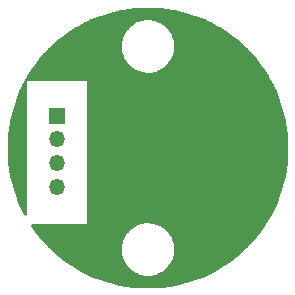
<source format=gbr>
%TF.GenerationSoftware,KiCad,Pcbnew,(5.1.6)-1*%
%TF.CreationDate,2020-09-29T17:07:27-07:00*%
%TF.ProjectId,TSSOP16 Breakout,5453534f-5031-4362-9042-7265616b6f75,rev?*%
%TF.SameCoordinates,Original*%
%TF.FileFunction,Copper,L2,Bot*%
%TF.FilePolarity,Positive*%
%FSLAX46Y46*%
G04 Gerber Fmt 4.6, Leading zero omitted, Abs format (unit mm)*
G04 Created by KiCad (PCBNEW (5.1.6)-1) date 2020-09-29 17:07:27*
%MOMM*%
%LPD*%
G01*
G04 APERTURE LIST*
%TA.AperFunction,ComponentPad*%
%ADD10R,1.350000X1.350000*%
%TD*%
%TA.AperFunction,ComponentPad*%
%ADD11O,1.350000X1.350000*%
%TD*%
%TA.AperFunction,NonConductor*%
%ADD12C,0.254000*%
%TD*%
G04 APERTURE END LIST*
D10*
%TO.P,J1,1*%
%TO.N,Net-(C1-Pad1)*%
X144780000Y-98870000D03*
D11*
%TO.P,J1,2*%
%TO.N,Net-(J1-Pad2)*%
X144780000Y-100870000D03*
%TO.P,J1,3*%
%TO.N,Net-(J1-Pad3)*%
X144780000Y-102870000D03*
%TO.P,J1,4*%
%TO.N,Net-(C1-Pad2)*%
X144780000Y-104870000D03*
%TD*%
D12*
G36*
X152743298Y-89787514D02*
G01*
X153034603Y-89798351D01*
X153324852Y-89816349D01*
X153614004Y-89841460D01*
X153901947Y-89873636D01*
X154188525Y-89912825D01*
X154473603Y-89958972D01*
X154757100Y-90012034D01*
X155038898Y-90071961D01*
X155318846Y-90138698D01*
X155596880Y-90212209D01*
X155872808Y-90292425D01*
X156146549Y-90379307D01*
X156417992Y-90472809D01*
X156686993Y-90572873D01*
X156953412Y-90679442D01*
X157217175Y-90792482D01*
X157478133Y-90911934D01*
X157736164Y-91037745D01*
X157991174Y-91169880D01*
X158243032Y-91308284D01*
X158491559Y-91452874D01*
X158736731Y-91603652D01*
X158978373Y-91760542D01*
X159216350Y-91923481D01*
X159450560Y-92092430D01*
X159680935Y-92267378D01*
X159907275Y-92448217D01*
X160129496Y-92634924D01*
X160347441Y-92827420D01*
X160561081Y-93025732D01*
X160770237Y-93229763D01*
X160974247Y-93438898D01*
X161172561Y-93652538D01*
X161365094Y-93870526D01*
X161551786Y-94092729D01*
X161732621Y-94319064D01*
X161907550Y-94549413D01*
X162076524Y-94783658D01*
X162239457Y-95021626D01*
X162396324Y-95263233D01*
X162547126Y-95508440D01*
X162691715Y-95756967D01*
X162830101Y-96008792D01*
X162962254Y-96263835D01*
X163088072Y-96521882D01*
X163207520Y-96782830D01*
X163320553Y-97046575D01*
X163427128Y-97313012D01*
X163527194Y-97582019D01*
X163620691Y-97853449D01*
X163707574Y-98127192D01*
X163787787Y-98403109D01*
X163861303Y-98681162D01*
X163928038Y-98961101D01*
X163987965Y-99242899D01*
X164041027Y-99526396D01*
X164087174Y-99811474D01*
X164126363Y-100098052D01*
X164158539Y-100385995D01*
X164183650Y-100675144D01*
X164201648Y-100965396D01*
X164212485Y-101256701D01*
X164216050Y-101544092D01*
X164200604Y-102154906D01*
X164155152Y-102752645D01*
X164080330Y-103341465D01*
X163976895Y-103920671D01*
X163845577Y-104489640D01*
X163687123Y-105047641D01*
X163502253Y-105594006D01*
X163291691Y-106128036D01*
X163056179Y-106648978D01*
X162796423Y-107156147D01*
X162513160Y-107648788D01*
X162207123Y-108126161D01*
X161879068Y-108587485D01*
X161529721Y-109032033D01*
X161159822Y-109459060D01*
X160770117Y-109867807D01*
X160361391Y-110257490D01*
X159934355Y-110627398D01*
X159489803Y-110976746D01*
X159028476Y-111304802D01*
X158551134Y-111610821D01*
X158058476Y-111894092D01*
X157551324Y-112153840D01*
X157030373Y-112389357D01*
X156496348Y-112599917D01*
X155949964Y-112784792D01*
X155391961Y-112943248D01*
X154823006Y-113074562D01*
X154243791Y-113177998D01*
X153654974Y-113252820D01*
X153057234Y-113298273D01*
X152451165Y-113313598D01*
X151845096Y-113298273D01*
X151247353Y-113252820D01*
X150658534Y-113177998D01*
X150079323Y-113074562D01*
X149510368Y-112943248D01*
X148952365Y-112784792D01*
X148405981Y-112599917D01*
X147871963Y-112389360D01*
X147351021Y-112153848D01*
X146843843Y-111894087D01*
X146351210Y-111610829D01*
X145873852Y-111304802D01*
X145412527Y-110976746D01*
X144967961Y-110627387D01*
X144540938Y-110257491D01*
X144444836Y-110165866D01*
X150097053Y-110165866D01*
X150097362Y-110176124D01*
X150101829Y-110296373D01*
X150106624Y-110331709D01*
X150107919Y-110367339D01*
X150109361Y-110377499D01*
X150144544Y-110613422D01*
X150156442Y-110660854D01*
X150165353Y-110708906D01*
X150168268Y-110718745D01*
X150237211Y-110945585D01*
X150255844Y-110990557D01*
X150271607Y-111036607D01*
X150275927Y-111045916D01*
X150377147Y-111260084D01*
X150402202Y-111301954D01*
X150424572Y-111345289D01*
X150430207Y-111353866D01*
X150562218Y-111551782D01*
X150590488Y-111586317D01*
X150616119Y-111622840D01*
X150622859Y-111630578D01*
X150755321Y-111780508D01*
X150778209Y-111801806D01*
X150798599Y-111825489D01*
X150806070Y-111832524D01*
X150894258Y-111914394D01*
X150922639Y-111935993D01*
X150948744Y-111960266D01*
X150956948Y-111966431D01*
X151148650Y-112108376D01*
X151190597Y-112133498D01*
X151230883Y-112161180D01*
X151239902Y-112166076D01*
X151449050Y-112277724D01*
X151494025Y-112296348D01*
X151537731Y-112317763D01*
X151547368Y-112321290D01*
X151770381Y-112401157D01*
X151817701Y-112413046D01*
X151864169Y-112427873D01*
X151874218Y-112429954D01*
X152107513Y-112476555D01*
X152151923Y-112480985D01*
X152195868Y-112488686D01*
X152206106Y-112489392D01*
X152405785Y-112501744D01*
X152441915Y-112500444D01*
X152477983Y-112502656D01*
X152488235Y-112502211D01*
X152653799Y-112493850D01*
X152694516Y-112487771D01*
X152735586Y-112485111D01*
X152745701Y-112483381D01*
X152984826Y-112440760D01*
X153032808Y-112427267D01*
X153081501Y-112416669D01*
X153091246Y-112413451D01*
X153316862Y-112337177D01*
X153361476Y-112317053D01*
X153407236Y-112299753D01*
X153416403Y-112295141D01*
X153625765Y-112187962D01*
X153666256Y-112161957D01*
X153708318Y-112138631D01*
X153716724Y-112132744D01*
X153907083Y-111997405D01*
X153943005Y-111966165D01*
X153980889Y-111937376D01*
X153988366Y-111930347D01*
X154156976Y-111769597D01*
X154188011Y-111733601D01*
X154221345Y-111699748D01*
X154227742Y-111691724D01*
X154371856Y-111508308D01*
X154397636Y-111467931D01*
X154425977Y-111429334D01*
X154431153Y-111420473D01*
X154548023Y-111217140D01*
X154568031Y-111172803D01*
X154590789Y-111129831D01*
X154594618Y-111120309D01*
X154681498Y-110899807D01*
X154695079Y-110852145D01*
X154711514Y-110805419D01*
X154713889Y-110795436D01*
X154768032Y-110560508D01*
X154774498Y-110510573D01*
X154783866Y-110461121D01*
X154784712Y-110450894D01*
X154803370Y-110204290D01*
X154802455Y-110163115D01*
X154804975Y-110122021D01*
X154804530Y-110111769D01*
X154796169Y-109946204D01*
X154790091Y-109905491D01*
X154787431Y-109864423D01*
X154785701Y-109854307D01*
X154743082Y-109615184D01*
X154729588Y-109567196D01*
X154718991Y-109518505D01*
X154715773Y-109508760D01*
X154639500Y-109283143D01*
X154619376Y-109238529D01*
X154602076Y-109192769D01*
X154597464Y-109183601D01*
X154490285Y-108974239D01*
X154464285Y-108933755D01*
X154440957Y-108891689D01*
X154435070Y-108883284D01*
X154299733Y-108692924D01*
X154268493Y-108657001D01*
X154239700Y-108619112D01*
X154232671Y-108611635D01*
X154071921Y-108443025D01*
X154035930Y-108411994D01*
X154002076Y-108378659D01*
X153994051Y-108372262D01*
X153810636Y-108228147D01*
X153770261Y-108202368D01*
X153731663Y-108174026D01*
X153722802Y-108168849D01*
X153519470Y-108051978D01*
X153475132Y-108031969D01*
X153432158Y-108009210D01*
X153422637Y-108005382D01*
X153202133Y-107918501D01*
X153154479Y-107904922D01*
X153107745Y-107888484D01*
X153097761Y-107886109D01*
X152862834Y-107831966D01*
X152812902Y-107825500D01*
X152763450Y-107816132D01*
X152753223Y-107815286D01*
X152506620Y-107796627D01*
X152470326Y-107797434D01*
X152434138Y-107794730D01*
X152423880Y-107795039D01*
X152303630Y-107799506D01*
X152268301Y-107804300D01*
X152232668Y-107805595D01*
X152222508Y-107807038D01*
X151986583Y-107842220D01*
X151939155Y-107854117D01*
X151891096Y-107863029D01*
X151881256Y-107865944D01*
X151654418Y-107934887D01*
X151609441Y-107953522D01*
X151563398Y-107969283D01*
X151554089Y-107973603D01*
X151339920Y-108074823D01*
X151298056Y-108099874D01*
X151254712Y-108122249D01*
X151246135Y-108127883D01*
X151048220Y-108259895D01*
X151013693Y-108288159D01*
X150977165Y-108313793D01*
X150969427Y-108320534D01*
X150819498Y-108452994D01*
X150798206Y-108475874D01*
X150774520Y-108496267D01*
X150767485Y-108503739D01*
X150685614Y-108591926D01*
X150664014Y-108620308D01*
X150639736Y-108646418D01*
X150633571Y-108654622D01*
X150491626Y-108846324D01*
X150466507Y-108888265D01*
X150438823Y-108928554D01*
X150433927Y-108937573D01*
X150322278Y-109146722D01*
X150303652Y-109191701D01*
X150282238Y-109235405D01*
X150278711Y-109245042D01*
X150198844Y-109468055D01*
X150186955Y-109515375D01*
X150172128Y-109561843D01*
X150170047Y-109571892D01*
X150123446Y-109805186D01*
X150119016Y-109849598D01*
X150111315Y-109893542D01*
X150110609Y-109903780D01*
X150098257Y-110103459D01*
X150099381Y-110134705D01*
X150097053Y-110165866D01*
X144444836Y-110165866D01*
X144132191Y-109867786D01*
X143742508Y-109459060D01*
X143372608Y-109032034D01*
X143023253Y-108587475D01*
X142695206Y-108126161D01*
X142663690Y-108077000D01*
X147320000Y-108077000D01*
X147344776Y-108074560D01*
X147368601Y-108067333D01*
X147390557Y-108055597D01*
X147409803Y-108039803D01*
X147425597Y-108020557D01*
X147437333Y-107998601D01*
X147444560Y-107974776D01*
X147447000Y-107950000D01*
X147447000Y-95885000D01*
X147444560Y-95860224D01*
X147437333Y-95836399D01*
X147425597Y-95814443D01*
X147409803Y-95795197D01*
X147390557Y-95779403D01*
X147368601Y-95767667D01*
X147344776Y-95760440D01*
X147320000Y-95758000D01*
X142240000Y-95758000D01*
X142215224Y-95760440D01*
X142207402Y-95762813D01*
X142210614Y-95756967D01*
X142355204Y-95508440D01*
X142505982Y-95263268D01*
X142662872Y-95021626D01*
X142825811Y-94783649D01*
X142994760Y-94549439D01*
X143169708Y-94319064D01*
X143350547Y-94092724D01*
X143537254Y-93870503D01*
X143729750Y-93652558D01*
X143928062Y-93438918D01*
X144132093Y-93229763D01*
X144341228Y-93025752D01*
X144395220Y-92975633D01*
X150097345Y-92975633D01*
X150097790Y-92985885D01*
X150106151Y-93151449D01*
X150112230Y-93192169D01*
X150114890Y-93233232D01*
X150116619Y-93243348D01*
X150159239Y-93482472D01*
X150172733Y-93530458D01*
X150183331Y-93579153D01*
X150186550Y-93588898D01*
X150262823Y-93814513D01*
X150282945Y-93859123D01*
X150300247Y-93904887D01*
X150304859Y-93914055D01*
X150412039Y-94123417D01*
X150438046Y-94163912D01*
X150461370Y-94205969D01*
X150467257Y-94214375D01*
X150602596Y-94404734D01*
X150633837Y-94440658D01*
X150662627Y-94478542D01*
X150669656Y-94486019D01*
X150830407Y-94654629D01*
X150866396Y-94685657D01*
X150900252Y-94718995D01*
X150908277Y-94725392D01*
X151091692Y-94869505D01*
X151132058Y-94895279D01*
X151170668Y-94923629D01*
X151179530Y-94928805D01*
X151382864Y-95045675D01*
X151427198Y-95065682D01*
X151470173Y-95088441D01*
X151479694Y-95092270D01*
X151700197Y-95179149D01*
X151747847Y-95192727D01*
X151794586Y-95209166D01*
X151804569Y-95211541D01*
X152039496Y-95265683D01*
X152089435Y-95272149D01*
X152138881Y-95281516D01*
X152149109Y-95282362D01*
X152395714Y-95301020D01*
X152436888Y-95300105D01*
X152477983Y-95302625D01*
X152488236Y-95302180D01*
X152653799Y-95293819D01*
X152694516Y-95287740D01*
X152735585Y-95285080D01*
X152745700Y-95283350D01*
X152984825Y-95240729D01*
X153032804Y-95227237D01*
X153081498Y-95216639D01*
X153091243Y-95213420D01*
X153316859Y-95137147D01*
X153361473Y-95117023D01*
X153407234Y-95099723D01*
X153416401Y-95095111D01*
X153625763Y-94987932D01*
X153666250Y-94961930D01*
X153708314Y-94938603D01*
X153716720Y-94932715D01*
X153907079Y-94797377D01*
X153942999Y-94766139D01*
X153980887Y-94737347D01*
X153988364Y-94730318D01*
X154156974Y-94569568D01*
X154188010Y-94533571D01*
X154221342Y-94499720D01*
X154227739Y-94491696D01*
X154371852Y-94308282D01*
X154397629Y-94267910D01*
X154425972Y-94229311D01*
X154431148Y-94220450D01*
X154548019Y-94017117D01*
X154568028Y-93972779D01*
X154590787Y-93929805D01*
X154594616Y-93920283D01*
X154681496Y-93699781D01*
X154695076Y-93652124D01*
X154711511Y-93605397D01*
X154713886Y-93595413D01*
X154768030Y-93360486D01*
X154774496Y-93310556D01*
X154783865Y-93261099D01*
X154784711Y-93250872D01*
X154803370Y-93004270D01*
X154802455Y-92963096D01*
X154804975Y-92922002D01*
X154804530Y-92911749D01*
X154796170Y-92746184D01*
X154790091Y-92705465D01*
X154787431Y-92664396D01*
X154785702Y-92654281D01*
X154743082Y-92415156D01*
X154729587Y-92367163D01*
X154718992Y-92318483D01*
X154715774Y-92308738D01*
X154639502Y-92083121D01*
X154619377Y-92038504D01*
X154602077Y-91992744D01*
X154597465Y-91983576D01*
X154490286Y-91774214D01*
X154464286Y-91733730D01*
X154440958Y-91691664D01*
X154435071Y-91683259D01*
X154299734Y-91492899D01*
X154268498Y-91456980D01*
X154239703Y-91419089D01*
X154232674Y-91411612D01*
X154071923Y-91243000D01*
X154035934Y-91211972D01*
X154002077Y-91178633D01*
X153994052Y-91172236D01*
X153810637Y-91028121D01*
X153770267Y-91002345D01*
X153731665Y-90974000D01*
X153722804Y-90968824D01*
X153519471Y-90851952D01*
X153475133Y-90831942D01*
X153432159Y-90809184D01*
X153422638Y-90805355D01*
X153202135Y-90718474D01*
X153154476Y-90704893D01*
X153107746Y-90688457D01*
X153097762Y-90686082D01*
X152862835Y-90631939D01*
X152812903Y-90625473D01*
X152763451Y-90616105D01*
X152753223Y-90615259D01*
X152506619Y-90596600D01*
X152470326Y-90597407D01*
X152434138Y-90594703D01*
X152423880Y-90595012D01*
X152303630Y-90599479D01*
X152268301Y-90604273D01*
X152232668Y-90605568D01*
X152222508Y-90607011D01*
X151986583Y-90642193D01*
X151939163Y-90654088D01*
X151891093Y-90663002D01*
X151881254Y-90665918D01*
X151654415Y-90734862D01*
X151609447Y-90753494D01*
X151563399Y-90769256D01*
X151554090Y-90773576D01*
X151339921Y-90874794D01*
X151298052Y-90899848D01*
X151254711Y-90922222D01*
X151246134Y-90927856D01*
X151048219Y-91059868D01*
X151013689Y-91088134D01*
X150977162Y-91113768D01*
X150969424Y-91120508D01*
X150819495Y-91252969D01*
X150798202Y-91275851D01*
X150774516Y-91296244D01*
X150767482Y-91303716D01*
X150685610Y-91391904D01*
X150664010Y-91420286D01*
X150639735Y-91446393D01*
X150633570Y-91454597D01*
X150491625Y-91646299D01*
X150466506Y-91688240D01*
X150438822Y-91728529D01*
X150433926Y-91737548D01*
X150322277Y-91946697D01*
X150303649Y-91991682D01*
X150282237Y-92035381D01*
X150278709Y-92045018D01*
X150198842Y-92268032D01*
X150186953Y-92315352D01*
X150172127Y-92361818D01*
X150170046Y-92371868D01*
X150123445Y-92605161D01*
X150119015Y-92649569D01*
X150111313Y-92693521D01*
X150110608Y-92703759D01*
X150098257Y-92903439D01*
X150099557Y-92939564D01*
X150097345Y-92975633D01*
X144395220Y-92975633D01*
X144554868Y-92827438D01*
X144772856Y-92634905D01*
X144995059Y-92448213D01*
X145221394Y-92267378D01*
X145451743Y-92092449D01*
X145685988Y-91923475D01*
X145923956Y-91760542D01*
X146165563Y-91603675D01*
X146410770Y-91452873D01*
X146659297Y-91308284D01*
X146911122Y-91169898D01*
X147166165Y-91037745D01*
X147424212Y-90911927D01*
X147685154Y-90792482D01*
X147948917Y-90679442D01*
X148215336Y-90572873D01*
X148484349Y-90472805D01*
X148755779Y-90379308D01*
X149029522Y-90292425D01*
X149305439Y-90212212D01*
X149583492Y-90138696D01*
X149863431Y-90071961D01*
X150145229Y-90012034D01*
X150428726Y-89958972D01*
X150713804Y-89912825D01*
X151000382Y-89873636D01*
X151288325Y-89841460D01*
X151577474Y-89816349D01*
X151867726Y-89798351D01*
X152159031Y-89787514D01*
X152451165Y-89783891D01*
X152743298Y-89787514D01*
G37*
X152743298Y-89787514D02*
X153034603Y-89798351D01*
X153324852Y-89816349D01*
X153614004Y-89841460D01*
X153901947Y-89873636D01*
X154188525Y-89912825D01*
X154473603Y-89958972D01*
X154757100Y-90012034D01*
X155038898Y-90071961D01*
X155318846Y-90138698D01*
X155596880Y-90212209D01*
X155872808Y-90292425D01*
X156146549Y-90379307D01*
X156417992Y-90472809D01*
X156686993Y-90572873D01*
X156953412Y-90679442D01*
X157217175Y-90792482D01*
X157478133Y-90911934D01*
X157736164Y-91037745D01*
X157991174Y-91169880D01*
X158243032Y-91308284D01*
X158491559Y-91452874D01*
X158736731Y-91603652D01*
X158978373Y-91760542D01*
X159216350Y-91923481D01*
X159450560Y-92092430D01*
X159680935Y-92267378D01*
X159907275Y-92448217D01*
X160129496Y-92634924D01*
X160347441Y-92827420D01*
X160561081Y-93025732D01*
X160770237Y-93229763D01*
X160974247Y-93438898D01*
X161172561Y-93652538D01*
X161365094Y-93870526D01*
X161551786Y-94092729D01*
X161732621Y-94319064D01*
X161907550Y-94549413D01*
X162076524Y-94783658D01*
X162239457Y-95021626D01*
X162396324Y-95263233D01*
X162547126Y-95508440D01*
X162691715Y-95756967D01*
X162830101Y-96008792D01*
X162962254Y-96263835D01*
X163088072Y-96521882D01*
X163207520Y-96782830D01*
X163320553Y-97046575D01*
X163427128Y-97313012D01*
X163527194Y-97582019D01*
X163620691Y-97853449D01*
X163707574Y-98127192D01*
X163787787Y-98403109D01*
X163861303Y-98681162D01*
X163928038Y-98961101D01*
X163987965Y-99242899D01*
X164041027Y-99526396D01*
X164087174Y-99811474D01*
X164126363Y-100098052D01*
X164158539Y-100385995D01*
X164183650Y-100675144D01*
X164201648Y-100965396D01*
X164212485Y-101256701D01*
X164216050Y-101544092D01*
X164200604Y-102154906D01*
X164155152Y-102752645D01*
X164080330Y-103341465D01*
X163976895Y-103920671D01*
X163845577Y-104489640D01*
X163687123Y-105047641D01*
X163502253Y-105594006D01*
X163291691Y-106128036D01*
X163056179Y-106648978D01*
X162796423Y-107156147D01*
X162513160Y-107648788D01*
X162207123Y-108126161D01*
X161879068Y-108587485D01*
X161529721Y-109032033D01*
X161159822Y-109459060D01*
X160770117Y-109867807D01*
X160361391Y-110257490D01*
X159934355Y-110627398D01*
X159489803Y-110976746D01*
X159028476Y-111304802D01*
X158551134Y-111610821D01*
X158058476Y-111894092D01*
X157551324Y-112153840D01*
X157030373Y-112389357D01*
X156496348Y-112599917D01*
X155949964Y-112784792D01*
X155391961Y-112943248D01*
X154823006Y-113074562D01*
X154243791Y-113177998D01*
X153654974Y-113252820D01*
X153057234Y-113298273D01*
X152451165Y-113313598D01*
X151845096Y-113298273D01*
X151247353Y-113252820D01*
X150658534Y-113177998D01*
X150079323Y-113074562D01*
X149510368Y-112943248D01*
X148952365Y-112784792D01*
X148405981Y-112599917D01*
X147871963Y-112389360D01*
X147351021Y-112153848D01*
X146843843Y-111894087D01*
X146351210Y-111610829D01*
X145873852Y-111304802D01*
X145412527Y-110976746D01*
X144967961Y-110627387D01*
X144540938Y-110257491D01*
X144444836Y-110165866D01*
X150097053Y-110165866D01*
X150097362Y-110176124D01*
X150101829Y-110296373D01*
X150106624Y-110331709D01*
X150107919Y-110367339D01*
X150109361Y-110377499D01*
X150144544Y-110613422D01*
X150156442Y-110660854D01*
X150165353Y-110708906D01*
X150168268Y-110718745D01*
X150237211Y-110945585D01*
X150255844Y-110990557D01*
X150271607Y-111036607D01*
X150275927Y-111045916D01*
X150377147Y-111260084D01*
X150402202Y-111301954D01*
X150424572Y-111345289D01*
X150430207Y-111353866D01*
X150562218Y-111551782D01*
X150590488Y-111586317D01*
X150616119Y-111622840D01*
X150622859Y-111630578D01*
X150755321Y-111780508D01*
X150778209Y-111801806D01*
X150798599Y-111825489D01*
X150806070Y-111832524D01*
X150894258Y-111914394D01*
X150922639Y-111935993D01*
X150948744Y-111960266D01*
X150956948Y-111966431D01*
X151148650Y-112108376D01*
X151190597Y-112133498D01*
X151230883Y-112161180D01*
X151239902Y-112166076D01*
X151449050Y-112277724D01*
X151494025Y-112296348D01*
X151537731Y-112317763D01*
X151547368Y-112321290D01*
X151770381Y-112401157D01*
X151817701Y-112413046D01*
X151864169Y-112427873D01*
X151874218Y-112429954D01*
X152107513Y-112476555D01*
X152151923Y-112480985D01*
X152195868Y-112488686D01*
X152206106Y-112489392D01*
X152405785Y-112501744D01*
X152441915Y-112500444D01*
X152477983Y-112502656D01*
X152488235Y-112502211D01*
X152653799Y-112493850D01*
X152694516Y-112487771D01*
X152735586Y-112485111D01*
X152745701Y-112483381D01*
X152984826Y-112440760D01*
X153032808Y-112427267D01*
X153081501Y-112416669D01*
X153091246Y-112413451D01*
X153316862Y-112337177D01*
X153361476Y-112317053D01*
X153407236Y-112299753D01*
X153416403Y-112295141D01*
X153625765Y-112187962D01*
X153666256Y-112161957D01*
X153708318Y-112138631D01*
X153716724Y-112132744D01*
X153907083Y-111997405D01*
X153943005Y-111966165D01*
X153980889Y-111937376D01*
X153988366Y-111930347D01*
X154156976Y-111769597D01*
X154188011Y-111733601D01*
X154221345Y-111699748D01*
X154227742Y-111691724D01*
X154371856Y-111508308D01*
X154397636Y-111467931D01*
X154425977Y-111429334D01*
X154431153Y-111420473D01*
X154548023Y-111217140D01*
X154568031Y-111172803D01*
X154590789Y-111129831D01*
X154594618Y-111120309D01*
X154681498Y-110899807D01*
X154695079Y-110852145D01*
X154711514Y-110805419D01*
X154713889Y-110795436D01*
X154768032Y-110560508D01*
X154774498Y-110510573D01*
X154783866Y-110461121D01*
X154784712Y-110450894D01*
X154803370Y-110204290D01*
X154802455Y-110163115D01*
X154804975Y-110122021D01*
X154804530Y-110111769D01*
X154796169Y-109946204D01*
X154790091Y-109905491D01*
X154787431Y-109864423D01*
X154785701Y-109854307D01*
X154743082Y-109615184D01*
X154729588Y-109567196D01*
X154718991Y-109518505D01*
X154715773Y-109508760D01*
X154639500Y-109283143D01*
X154619376Y-109238529D01*
X154602076Y-109192769D01*
X154597464Y-109183601D01*
X154490285Y-108974239D01*
X154464285Y-108933755D01*
X154440957Y-108891689D01*
X154435070Y-108883284D01*
X154299733Y-108692924D01*
X154268493Y-108657001D01*
X154239700Y-108619112D01*
X154232671Y-108611635D01*
X154071921Y-108443025D01*
X154035930Y-108411994D01*
X154002076Y-108378659D01*
X153994051Y-108372262D01*
X153810636Y-108228147D01*
X153770261Y-108202368D01*
X153731663Y-108174026D01*
X153722802Y-108168849D01*
X153519470Y-108051978D01*
X153475132Y-108031969D01*
X153432158Y-108009210D01*
X153422637Y-108005382D01*
X153202133Y-107918501D01*
X153154479Y-107904922D01*
X153107745Y-107888484D01*
X153097761Y-107886109D01*
X152862834Y-107831966D01*
X152812902Y-107825500D01*
X152763450Y-107816132D01*
X152753223Y-107815286D01*
X152506620Y-107796627D01*
X152470326Y-107797434D01*
X152434138Y-107794730D01*
X152423880Y-107795039D01*
X152303630Y-107799506D01*
X152268301Y-107804300D01*
X152232668Y-107805595D01*
X152222508Y-107807038D01*
X151986583Y-107842220D01*
X151939155Y-107854117D01*
X151891096Y-107863029D01*
X151881256Y-107865944D01*
X151654418Y-107934887D01*
X151609441Y-107953522D01*
X151563398Y-107969283D01*
X151554089Y-107973603D01*
X151339920Y-108074823D01*
X151298056Y-108099874D01*
X151254712Y-108122249D01*
X151246135Y-108127883D01*
X151048220Y-108259895D01*
X151013693Y-108288159D01*
X150977165Y-108313793D01*
X150969427Y-108320534D01*
X150819498Y-108452994D01*
X150798206Y-108475874D01*
X150774520Y-108496267D01*
X150767485Y-108503739D01*
X150685614Y-108591926D01*
X150664014Y-108620308D01*
X150639736Y-108646418D01*
X150633571Y-108654622D01*
X150491626Y-108846324D01*
X150466507Y-108888265D01*
X150438823Y-108928554D01*
X150433927Y-108937573D01*
X150322278Y-109146722D01*
X150303652Y-109191701D01*
X150282238Y-109235405D01*
X150278711Y-109245042D01*
X150198844Y-109468055D01*
X150186955Y-109515375D01*
X150172128Y-109561843D01*
X150170047Y-109571892D01*
X150123446Y-109805186D01*
X150119016Y-109849598D01*
X150111315Y-109893542D01*
X150110609Y-109903780D01*
X150098257Y-110103459D01*
X150099381Y-110134705D01*
X150097053Y-110165866D01*
X144444836Y-110165866D01*
X144132191Y-109867786D01*
X143742508Y-109459060D01*
X143372608Y-109032034D01*
X143023253Y-108587475D01*
X142695206Y-108126161D01*
X142663690Y-108077000D01*
X147320000Y-108077000D01*
X147344776Y-108074560D01*
X147368601Y-108067333D01*
X147390557Y-108055597D01*
X147409803Y-108039803D01*
X147425597Y-108020557D01*
X147437333Y-107998601D01*
X147444560Y-107974776D01*
X147447000Y-107950000D01*
X147447000Y-95885000D01*
X147444560Y-95860224D01*
X147437333Y-95836399D01*
X147425597Y-95814443D01*
X147409803Y-95795197D01*
X147390557Y-95779403D01*
X147368601Y-95767667D01*
X147344776Y-95760440D01*
X147320000Y-95758000D01*
X142240000Y-95758000D01*
X142215224Y-95760440D01*
X142207402Y-95762813D01*
X142210614Y-95756967D01*
X142355204Y-95508440D01*
X142505982Y-95263268D01*
X142662872Y-95021626D01*
X142825811Y-94783649D01*
X142994760Y-94549439D01*
X143169708Y-94319064D01*
X143350547Y-94092724D01*
X143537254Y-93870503D01*
X143729750Y-93652558D01*
X143928062Y-93438918D01*
X144132093Y-93229763D01*
X144341228Y-93025752D01*
X144395220Y-92975633D01*
X150097345Y-92975633D01*
X150097790Y-92985885D01*
X150106151Y-93151449D01*
X150112230Y-93192169D01*
X150114890Y-93233232D01*
X150116619Y-93243348D01*
X150159239Y-93482472D01*
X150172733Y-93530458D01*
X150183331Y-93579153D01*
X150186550Y-93588898D01*
X150262823Y-93814513D01*
X150282945Y-93859123D01*
X150300247Y-93904887D01*
X150304859Y-93914055D01*
X150412039Y-94123417D01*
X150438046Y-94163912D01*
X150461370Y-94205969D01*
X150467257Y-94214375D01*
X150602596Y-94404734D01*
X150633837Y-94440658D01*
X150662627Y-94478542D01*
X150669656Y-94486019D01*
X150830407Y-94654629D01*
X150866396Y-94685657D01*
X150900252Y-94718995D01*
X150908277Y-94725392D01*
X151091692Y-94869505D01*
X151132058Y-94895279D01*
X151170668Y-94923629D01*
X151179530Y-94928805D01*
X151382864Y-95045675D01*
X151427198Y-95065682D01*
X151470173Y-95088441D01*
X151479694Y-95092270D01*
X151700197Y-95179149D01*
X151747847Y-95192727D01*
X151794586Y-95209166D01*
X151804569Y-95211541D01*
X152039496Y-95265683D01*
X152089435Y-95272149D01*
X152138881Y-95281516D01*
X152149109Y-95282362D01*
X152395714Y-95301020D01*
X152436888Y-95300105D01*
X152477983Y-95302625D01*
X152488236Y-95302180D01*
X152653799Y-95293819D01*
X152694516Y-95287740D01*
X152735585Y-95285080D01*
X152745700Y-95283350D01*
X152984825Y-95240729D01*
X153032804Y-95227237D01*
X153081498Y-95216639D01*
X153091243Y-95213420D01*
X153316859Y-95137147D01*
X153361473Y-95117023D01*
X153407234Y-95099723D01*
X153416401Y-95095111D01*
X153625763Y-94987932D01*
X153666250Y-94961930D01*
X153708314Y-94938603D01*
X153716720Y-94932715D01*
X153907079Y-94797377D01*
X153942999Y-94766139D01*
X153980887Y-94737347D01*
X153988364Y-94730318D01*
X154156974Y-94569568D01*
X154188010Y-94533571D01*
X154221342Y-94499720D01*
X154227739Y-94491696D01*
X154371852Y-94308282D01*
X154397629Y-94267910D01*
X154425972Y-94229311D01*
X154431148Y-94220450D01*
X154548019Y-94017117D01*
X154568028Y-93972779D01*
X154590787Y-93929805D01*
X154594616Y-93920283D01*
X154681496Y-93699781D01*
X154695076Y-93652124D01*
X154711511Y-93605397D01*
X154713886Y-93595413D01*
X154768030Y-93360486D01*
X154774496Y-93310556D01*
X154783865Y-93261099D01*
X154784711Y-93250872D01*
X154803370Y-93004270D01*
X154802455Y-92963096D01*
X154804975Y-92922002D01*
X154804530Y-92911749D01*
X154796170Y-92746184D01*
X154790091Y-92705465D01*
X154787431Y-92664396D01*
X154785702Y-92654281D01*
X154743082Y-92415156D01*
X154729587Y-92367163D01*
X154718992Y-92318483D01*
X154715774Y-92308738D01*
X154639502Y-92083121D01*
X154619377Y-92038504D01*
X154602077Y-91992744D01*
X154597465Y-91983576D01*
X154490286Y-91774214D01*
X154464286Y-91733730D01*
X154440958Y-91691664D01*
X154435071Y-91683259D01*
X154299734Y-91492899D01*
X154268498Y-91456980D01*
X154239703Y-91419089D01*
X154232674Y-91411612D01*
X154071923Y-91243000D01*
X154035934Y-91211972D01*
X154002077Y-91178633D01*
X153994052Y-91172236D01*
X153810637Y-91028121D01*
X153770267Y-91002345D01*
X153731665Y-90974000D01*
X153722804Y-90968824D01*
X153519471Y-90851952D01*
X153475133Y-90831942D01*
X153432159Y-90809184D01*
X153422638Y-90805355D01*
X153202135Y-90718474D01*
X153154476Y-90704893D01*
X153107746Y-90688457D01*
X153097762Y-90686082D01*
X152862835Y-90631939D01*
X152812903Y-90625473D01*
X152763451Y-90616105D01*
X152753223Y-90615259D01*
X152506619Y-90596600D01*
X152470326Y-90597407D01*
X152434138Y-90594703D01*
X152423880Y-90595012D01*
X152303630Y-90599479D01*
X152268301Y-90604273D01*
X152232668Y-90605568D01*
X152222508Y-90607011D01*
X151986583Y-90642193D01*
X151939163Y-90654088D01*
X151891093Y-90663002D01*
X151881254Y-90665918D01*
X151654415Y-90734862D01*
X151609447Y-90753494D01*
X151563399Y-90769256D01*
X151554090Y-90773576D01*
X151339921Y-90874794D01*
X151298052Y-90899848D01*
X151254711Y-90922222D01*
X151246134Y-90927856D01*
X151048219Y-91059868D01*
X151013689Y-91088134D01*
X150977162Y-91113768D01*
X150969424Y-91120508D01*
X150819495Y-91252969D01*
X150798202Y-91275851D01*
X150774516Y-91296244D01*
X150767482Y-91303716D01*
X150685610Y-91391904D01*
X150664010Y-91420286D01*
X150639735Y-91446393D01*
X150633570Y-91454597D01*
X150491625Y-91646299D01*
X150466506Y-91688240D01*
X150438822Y-91728529D01*
X150433926Y-91737548D01*
X150322277Y-91946697D01*
X150303649Y-91991682D01*
X150282237Y-92035381D01*
X150278709Y-92045018D01*
X150198842Y-92268032D01*
X150186953Y-92315352D01*
X150172127Y-92361818D01*
X150170046Y-92371868D01*
X150123445Y-92605161D01*
X150119015Y-92649569D01*
X150111313Y-92693521D01*
X150110608Y-92703759D01*
X150098257Y-92903439D01*
X150099557Y-92939564D01*
X150097345Y-92975633D01*
X144395220Y-92975633D01*
X144554868Y-92827438D01*
X144772856Y-92634905D01*
X144995059Y-92448213D01*
X145221394Y-92267378D01*
X145451743Y-92092449D01*
X145685988Y-91923475D01*
X145923956Y-91760542D01*
X146165563Y-91603675D01*
X146410770Y-91452873D01*
X146659297Y-91308284D01*
X146911122Y-91169898D01*
X147166165Y-91037745D01*
X147424212Y-90911927D01*
X147685154Y-90792482D01*
X147948917Y-90679442D01*
X148215336Y-90572873D01*
X148484349Y-90472805D01*
X148755779Y-90379308D01*
X149029522Y-90292425D01*
X149305439Y-90212212D01*
X149583492Y-90138696D01*
X149863431Y-90071961D01*
X150145229Y-90012034D01*
X150428726Y-89958972D01*
X150713804Y-89912825D01*
X151000382Y-89873636D01*
X151288325Y-89841460D01*
X151577474Y-89816349D01*
X151867726Y-89798351D01*
X152159031Y-89787514D01*
X152451165Y-89783891D01*
X152743298Y-89787514D01*
G36*
X142113000Y-107168484D02*
G01*
X142105906Y-107156147D01*
X141846158Y-106648994D01*
X141610641Y-106128043D01*
X141400076Y-105594005D01*
X141215206Y-105047641D01*
X141056753Y-104489645D01*
X140925434Y-103920671D01*
X140821999Y-103341461D01*
X140747177Y-102752643D01*
X140701725Y-102154907D01*
X140686280Y-101544092D01*
X140689844Y-101256701D01*
X140700681Y-100965396D01*
X140718679Y-100675147D01*
X140743790Y-100385995D01*
X140775966Y-100098052D01*
X140815155Y-99811474D01*
X140861302Y-99526396D01*
X140914364Y-99242899D01*
X140974291Y-98961101D01*
X141041028Y-98681153D01*
X141114539Y-98403119D01*
X141194755Y-98127191D01*
X141281637Y-97853450D01*
X141375139Y-97582007D01*
X141475203Y-97313006D01*
X141581772Y-97046587D01*
X141694812Y-96782824D01*
X141814264Y-96521866D01*
X141940075Y-96263835D01*
X142072210Y-96008825D01*
X142113000Y-95934599D01*
X142113000Y-107168484D01*
G37*
X142113000Y-107168484D02*
X142105906Y-107156147D01*
X141846158Y-106648994D01*
X141610641Y-106128043D01*
X141400076Y-105594005D01*
X141215206Y-105047641D01*
X141056753Y-104489645D01*
X140925434Y-103920671D01*
X140821999Y-103341461D01*
X140747177Y-102752643D01*
X140701725Y-102154907D01*
X140686280Y-101544092D01*
X140689844Y-101256701D01*
X140700681Y-100965396D01*
X140718679Y-100675147D01*
X140743790Y-100385995D01*
X140775966Y-100098052D01*
X140815155Y-99811474D01*
X140861302Y-99526396D01*
X140914364Y-99242899D01*
X140974291Y-98961101D01*
X141041028Y-98681153D01*
X141114539Y-98403119D01*
X141194755Y-98127191D01*
X141281637Y-97853450D01*
X141375139Y-97582007D01*
X141475203Y-97313006D01*
X141581772Y-97046587D01*
X141694812Y-96782824D01*
X141814264Y-96521866D01*
X141940075Y-96263835D01*
X142072210Y-96008825D01*
X142113000Y-95934599D01*
X142113000Y-107168484D01*
M02*

</source>
